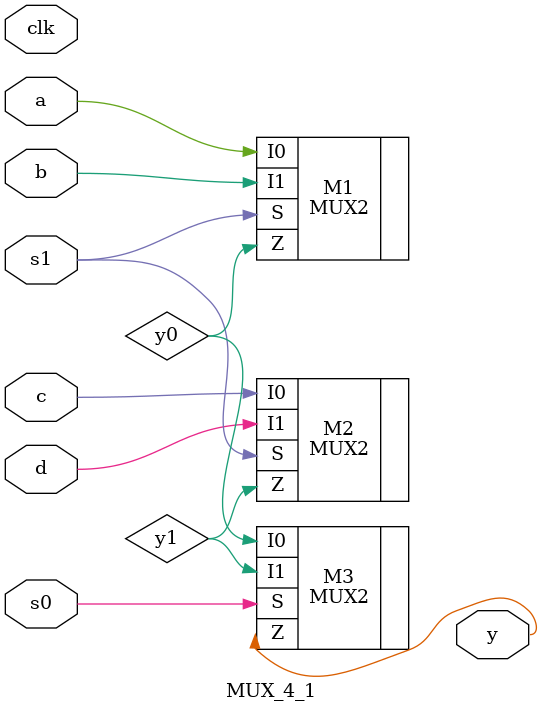
<source format=v>
module MUX_4_1(
    input clk,
    input s0,
    input s1,   
    input  a,           
    input  b,           
    input  c,           
    input  d,           
    output y           
);
    
    wire y0, y1;


    MUX2 M1(.I0(a),.I1(b),.S(s1),.Z(y0));
    MUX2 M2(.I0(c),.I1(d),.S(s1),.Z(y1));
    MUX2 M3(.I0(y0),.I1(y1),.S(s0),.Z(y));
    
    
endmodule

</source>
